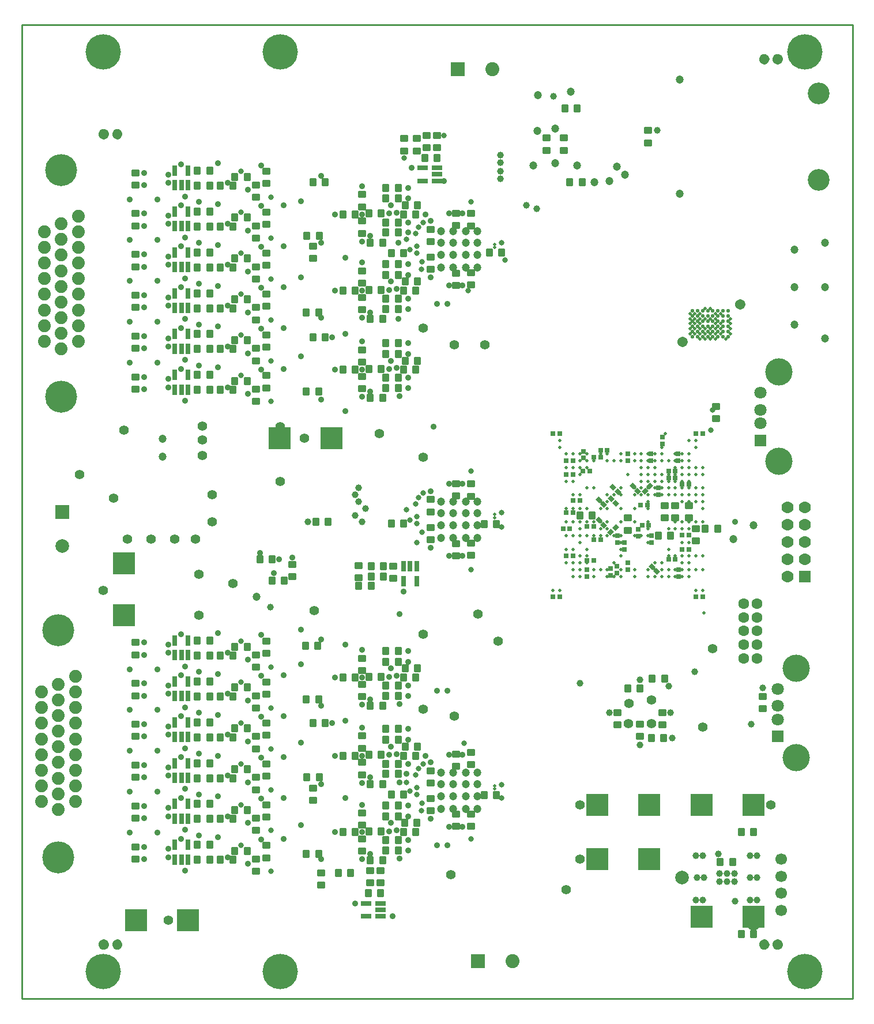
<source format=gbs>
%FSAX43Y43*%
%MOMM*%
G71*
G01*
G75*
G04 Layer_Color=16711935*
%ADD10C,0.200*%
%ADD11C,0.254*%
%ADD12R,1.600X1.000*%
%ADD13R,5.700X5.500*%
%ADD14R,3.050X2.040*%
%ADD15R,1.240X1.400*%
%ADD16R,2.200X3.100*%
%ADD17R,2.250X2.300*%
%ADD18R,0.950X0.600*%
%ADD19R,1.700X1.600*%
%ADD20R,0.600X0.950*%
%ADD21C,1.400*%
G04:AMPARAMS|DCode=22|XSize=0.8mm|YSize=1mm|CornerRadius=0.08mm|HoleSize=0mm|Usage=FLASHONLY|Rotation=0.000|XOffset=0mm|YOffset=0mm|HoleType=Round|Shape=RoundedRectangle|*
%AMROUNDEDRECTD22*
21,1,0.800,0.840,0,0,0.0*
21,1,0.640,1.000,0,0,0.0*
1,1,0.160,0.320,-0.420*
1,1,0.160,-0.320,-0.420*
1,1,0.160,-0.320,0.420*
1,1,0.160,0.320,0.420*
%
%ADD22ROUNDEDRECTD22*%
G04:AMPARAMS|DCode=23|XSize=1mm|YSize=2mm|CornerRadius=0.1mm|HoleSize=0mm|Usage=FLASHONLY|Rotation=0.000|XOffset=0mm|YOffset=0mm|HoleType=Round|Shape=RoundedRectangle|*
%AMROUNDEDRECTD23*
21,1,1.000,1.800,0,0,0.0*
21,1,0.800,2.000,0,0,0.0*
1,1,0.200,0.400,-0.900*
1,1,0.200,-0.400,-0.900*
1,1,0.200,-0.400,0.900*
1,1,0.200,0.400,0.900*
%
%ADD23ROUNDEDRECTD23*%
G04:AMPARAMS|DCode=24|XSize=1mm|YSize=1.5mm|CornerRadius=0.1mm|HoleSize=0mm|Usage=FLASHONLY|Rotation=180.000|XOffset=0mm|YOffset=0mm|HoleType=Round|Shape=RoundedRectangle|*
%AMROUNDEDRECTD24*
21,1,1.000,1.300,0,0,180.0*
21,1,0.800,1.500,0,0,180.0*
1,1,0.200,-0.400,0.650*
1,1,0.200,0.400,0.650*
1,1,0.200,0.400,-0.650*
1,1,0.200,-0.400,-0.650*
%
%ADD24ROUNDEDRECTD24*%
G04:AMPARAMS|DCode=25|XSize=0.8mm|YSize=1mm|CornerRadius=0.08mm|HoleSize=0mm|Usage=FLASHONLY|Rotation=270.000|XOffset=0mm|YOffset=0mm|HoleType=Round|Shape=RoundedRectangle|*
%AMROUNDEDRECTD25*
21,1,0.800,0.840,0,0,270.0*
21,1,0.640,1.000,0,0,270.0*
1,1,0.160,-0.420,-0.320*
1,1,0.160,-0.420,0.320*
1,1,0.160,0.420,0.320*
1,1,0.160,0.420,-0.320*
%
%ADD25ROUNDEDRECTD25*%
%ADD26R,1.400X0.450*%
%ADD27R,1.400X0.450*%
%ADD28R,1.400X0.450*%
%ADD29R,3.048X3.048*%
%ADD30O,0.250X1.600*%
%ADD31O,1.600X0.250*%
%ADD32R,1.600X0.250*%
%ADD33O,1.270X0.762*%
%ADD34R,1.270X0.762*%
%ADD35R,0.500X0.600*%
%ADD36O,0.250X0.900*%
%ADD37O,0.900X0.250*%
%ADD38R,0.900X0.250*%
%ADD39R,2.340X2.340*%
%ADD40R,4.600X0.810*%
%ADD41R,4.600X0.610*%
%ADD42R,0.600X0.500*%
%ADD43C,0.500*%
%ADD44R,1.778X0.381*%
%ADD45O,1.778X0.381*%
%ADD46R,2.108X1.270*%
G04:AMPARAMS|DCode=47|XSize=2.108mm|YSize=1.27mm|CornerRadius=0mm|HoleSize=0mm|Usage=FLASHONLY|Rotation=0.000|XOffset=0mm|YOffset=0mm|HoleType=Round|Shape=Octagon|*
%AMOCTAGOND47*
4,1,8,1.054,-0.318,1.054,0.318,0.737,0.635,-0.737,0.635,-1.054,0.318,-1.054,-0.318,-0.737,-0.635,0.737,-0.635,1.054,-0.318,0.0*
%
%ADD47OCTAGOND47*%

%ADD48R,0.381X1.778*%
%ADD49O,0.381X1.778*%
%ADD50O,1.000X0.250*%
%ADD51O,0.250X1.000*%
%ADD52R,0.250X1.000*%
%ADD53O,0.300X1.800*%
%ADD54O,1.800X0.300*%
%ADD55R,1.800X0.300*%
G04:AMPARAMS|DCode=56|XSize=1mm|YSize=1.5mm|CornerRadius=0.1mm|HoleSize=0mm|Usage=FLASHONLY|Rotation=90.000|XOffset=0mm|YOffset=0mm|HoleType=Round|Shape=RoundedRectangle|*
%AMROUNDEDRECTD56*
21,1,1.000,1.300,0,0,90.0*
21,1,0.800,1.500,0,0,90.0*
1,1,0.200,0.650,0.400*
1,1,0.200,0.650,-0.400*
1,1,0.200,-0.650,-0.400*
1,1,0.200,-0.650,0.400*
%
%ADD56ROUNDEDRECTD56*%
G04:AMPARAMS|DCode=57|XSize=1mm|YSize=2mm|CornerRadius=0.1mm|HoleSize=0mm|Usage=FLASHONLY|Rotation=90.000|XOffset=0mm|YOffset=0mm|HoleType=Round|Shape=RoundedRectangle|*
%AMROUNDEDRECTD57*
21,1,1.000,1.800,0,0,90.0*
21,1,0.800,2.000,0,0,90.0*
1,1,0.200,0.900,0.400*
1,1,0.200,0.900,-0.400*
1,1,0.200,-0.900,-0.400*
1,1,0.200,-0.900,0.400*
%
%ADD57ROUNDEDRECTD57*%
%ADD58R,1.778X1.016*%
%ADD59R,1.778X3.302*%
%ADD60R,0.508X1.600*%
%ADD61R,0.356X0.914*%
%ADD62R,2.540X2.540*%
G04:AMPARAMS|DCode=63|XSize=0.4mm|YSize=0.7mm|CornerRadius=0mm|HoleSize=0mm|Usage=FLASHONLY|Rotation=135.000|XOffset=0mm|YOffset=0mm|HoleType=Round|Shape=Round|*
%AMOVALD63*
21,1,0.300,0.400,0.000,0.000,225.0*
1,1,0.400,0.106,0.106*
1,1,0.400,-0.106,-0.106*
%
%ADD63OVALD63*%

%ADD64O,0.700X0.400*%
%ADD65C,0.175*%
%ADD66C,0.800*%
%ADD67C,0.400*%
%ADD68C,0.500*%
%ADD69C,0.150*%
%ADD70C,0.508*%
%ADD71C,0.600*%
%ADD72C,0.300*%
%ADD73R,1.500X5.900*%
%ADD74R,0.500X3.200*%
%ADD75R,3.800X2.200*%
%ADD76R,3.700X2.200*%
%ADD77R,4.000X3.700*%
%ADD78R,3.500X3.000*%
%ADD79R,3.500X5.300*%
%ADD80R,4.200X3.000*%
%ADD81R,4.000X3.000*%
%ADD82R,1.900X1.900*%
%ADD83R,2.700X6.800*%
%ADD84R,1.500X1.400*%
%ADD85R,1.400X1.400*%
%ADD86R,2.500X2.200*%
%ADD87R,2.300X11.700*%
%ADD88R,1.200X5.400*%
%ADD89R,1.500X2.400*%
%ADD90R,2.700X2.800*%
%ADD91R,6.100X6.100*%
%ADD92R,3.400X2.300*%
%ADD93C,1.690*%
%ADD94C,4.500*%
%ADD95C,3.800*%
%ADD96R,1.600X1.600*%
%ADD97C,1.600*%
%ADD98C,3.000*%
%ADD99C,1.575*%
%ADD100R,1.575X1.575*%
%ADD101C,1.800*%
%ADD102R,1.850X1.850*%
%ADD103C,1.850*%
%ADD104R,1.850X1.850*%
%ADD105C,1.500*%
%ADD106C,0.300*%
%ADD107C,0.700*%
%ADD108C,0.800*%
%ADD109C,1.000*%
%ADD110C,1.200*%
%ADD111C,5.000*%
%ADD112C,0.600*%
%ADD113C,1.016*%
%ADD114C,0.705*%
G04:AMPARAMS|DCode=115|XSize=2.29mm|YSize=2.29mm|CornerRadius=0mm|HoleSize=0mm|Usage=FLASHONLY|Rotation=0.000|XOffset=0mm|YOffset=0mm|HoleType=Round|Shape=Relief|Width=0.175mm|Gap=0.3mm|Entries=4|*
%AMTHD115*
7,0,0,2.290,1.690,0.175,45*
%
%ADD115THD115*%
%ADD116C,1.490*%
G04:AMPARAMS|DCode=117|XSize=4.4mm|YSize=4.4mm|CornerRadius=0mm|HoleSize=0mm|Usage=FLASHONLY|Rotation=0.000|XOffset=0mm|YOffset=0mm|HoleType=Round|Shape=Relief|Width=0.175mm|Gap=0.3mm|Entries=4|*
%AMTHD117*
7,0,0,4.400,3.800,0.175,45*
%
%ADD117THD117*%
G04:AMPARAMS|DCode=118|XSize=4.44mm|YSize=4.44mm|CornerRadius=0mm|HoleSize=0mm|Usage=FLASHONLY|Rotation=0.000|XOffset=0mm|YOffset=0mm|HoleType=Round|Shape=Relief|Width=0.175mm|Gap=0.3mm|Entries=4|*
%AMTHD118*
7,0,0,4.440,3.840,0.175,45*
%
%ADD118THD118*%
G04:AMPARAMS|DCode=119|XSize=3.5mm|YSize=3.5mm|CornerRadius=0mm|HoleSize=0mm|Usage=FLASHONLY|Rotation=0.000|XOffset=0mm|YOffset=0mm|HoleType=Round|Shape=Relief|Width=0.175mm|Gap=0.3mm|Entries=4|*
%AMTHD119*
7,0,0,3.500,2.900,0.175,45*
%
%ADD119THD119*%
%ADD120C,1.320*%
%ADD121C,3.400*%
G04:AMPARAMS|DCode=122|XSize=2.216mm|YSize=2.216mm|CornerRadius=0mm|HoleSize=0mm|Usage=FLASHONLY|Rotation=0.000|XOffset=0mm|YOffset=0mm|HoleType=Round|Shape=Relief|Width=0.175mm|Gap=0.3mm|Entries=4|*
%AMTHD122*
7,0,0,2.216,1.616,0.175,45*
%
%ADD122THD122*%
%ADD123C,1.416*%
G04:AMPARAMS|DCode=124|XSize=2.12mm|YSize=2.12mm|CornerRadius=0mm|HoleSize=0mm|Usage=FLASHONLY|Rotation=0.000|XOffset=0mm|YOffset=0mm|HoleType=Round|Shape=Relief|Width=0.175mm|Gap=0.3mm|Entries=4|*
%AMTHD124*
7,0,0,2.120,1.520,0.175,45*
%
%ADD124THD124*%
G04:AMPARAMS|DCode=125|XSize=2.2mm|YSize=2.2mm|CornerRadius=0mm|HoleSize=0mm|Usage=FLASHONLY|Rotation=0.000|XOffset=0mm|YOffset=0mm|HoleType=Round|Shape=Relief|Width=0.175mm|Gap=0.3mm|Entries=4|*
%AMTHD125*
7,0,0,2.200,1.600,0.175,45*
%
%ADD125THD125*%
G04:AMPARAMS|DCode=126|XSize=2.3mm|YSize=2.3mm|CornerRadius=0mm|HoleSize=0mm|Usage=FLASHONLY|Rotation=0.000|XOffset=0mm|YOffset=0mm|HoleType=Round|Shape=Relief|Width=0.175mm|Gap=0.3mm|Entries=4|*
%AMTHD126*
7,0,0,2.300,1.700,0.175,45*
%
%ADD126THD126*%
%ADD127C,0.520*%
G04:AMPARAMS|DCode=128|XSize=1.6mm|YSize=1.6mm|CornerRadius=0mm|HoleSize=0mm|Usage=FLASHONLY|Rotation=0.000|XOffset=0mm|YOffset=0mm|HoleType=Round|Shape=Relief|Width=0.175mm|Gap=0.3mm|Entries=4|*
%AMTHD128*
7,0,0,1.600,1.000,0.175,45*
%
%ADD128THD128*%
%ADD129C,0.800*%
G04:AMPARAMS|DCode=130|XSize=1.7mm|YSize=1.7mm|CornerRadius=0mm|HoleSize=0mm|Usage=FLASHONLY|Rotation=0.000|XOffset=0mm|YOffset=0mm|HoleType=Round|Shape=Relief|Width=0.175mm|Gap=0.3mm|Entries=4|*
%AMTHD130*
7,0,0,1.700,1.100,0.175,45*
%
%ADD130THD130*%
G04:AMPARAMS|DCode=131|XSize=1.9mm|YSize=1.9mm|CornerRadius=0mm|HoleSize=0mm|Usage=FLASHONLY|Rotation=0.000|XOffset=0mm|YOffset=0mm|HoleType=Round|Shape=Relief|Width=0.175mm|Gap=0.3mm|Entries=4|*
%AMTHD131*
7,0,0,1.900,1.300,0.175,45*
%
%ADD131THD131*%
G04:AMPARAMS|DCode=132|XSize=1.32mm|YSize=1.32mm|CornerRadius=0mm|HoleSize=0mm|Usage=FLASHONLY|Rotation=0.000|XOffset=0mm|YOffset=0mm|HoleType=Round|Shape=Relief|Width=0.175mm|Gap=0.3mm|Entries=4|*
%AMTHD132*
7,0,0,1.320,0.720,0.175,45*
%
%ADD132THD132*%
%ADD133C,0.700*%
%ADD134C,1.100*%
%ADD135C,1.000*%
%ADD136C,0.900*%
G04:AMPARAMS|DCode=137|XSize=1.5mm|YSize=1.5mm|CornerRadius=0mm|HoleSize=0mm|Usage=FLASHONLY|Rotation=0.000|XOffset=0mm|YOffset=0mm|HoleType=Round|Shape=Relief|Width=0.175mm|Gap=0.3mm|Entries=4|*
%AMTHD137*
7,0,0,1.500,0.900,0.175,45*
%
%ADD137THD137*%
G04:AMPARAMS|DCode=138|XSize=2.4mm|YSize=2.4mm|CornerRadius=0mm|HoleSize=0mm|Usage=FLASHONLY|Rotation=0.000|XOffset=0mm|YOffset=0mm|HoleType=Round|Shape=Relief|Width=0.175mm|Gap=0.3mm|Entries=4|*
%AMTHD138*
7,0,0,2.400,1.800,0.175,45*
%
%ADD138THD138*%
%ADD139C,0.120*%
%ADD140C,3.600*%
%ADD141C,3.640*%
%ADD142C,2.700*%
%ADD143R,0.550X1.450*%
%ADD144R,0.550X1.450*%
G04:AMPARAMS|DCode=145|XSize=0.5mm|YSize=0.6mm|CornerRadius=0mm|HoleSize=0mm|Usage=FLASHONLY|Rotation=135.000|XOffset=0mm|YOffset=0mm|HoleType=Round|Shape=Rectangle|*
%AMROTATEDRECTD145*
4,1,4,0.389,0.035,-0.035,-0.389,-0.389,-0.035,0.035,0.389,0.389,0.035,0.0*
%
%ADD145ROTATEDRECTD145*%

G04:AMPARAMS|DCode=146|XSize=0.5mm|YSize=0.6mm|CornerRadius=0mm|HoleSize=0mm|Usage=FLASHONLY|Rotation=225.000|XOffset=0mm|YOffset=0mm|HoleType=Round|Shape=Rectangle|*
%AMROTATEDRECTD146*
4,1,4,-0.035,0.389,0.389,-0.035,0.035,-0.389,-0.389,0.035,-0.035,0.389,0.0*
%
%ADD146ROTATEDRECTD146*%

%ADD147C,0.350*%
%ADD148R,1.450X0.550*%
%ADD149R,1.450X0.550*%
%ADD150R,3.048X3.048*%
%ADD151R,3.100X2.500*%
%ADD152C,0.250*%
%ADD153C,0.127*%
%ADD154C,0.203*%
%ADD155C,0.100*%
%ADD156C,0.305*%
%ADD157C,0.152*%
%ADD158C,0.102*%
%ADD159R,2.200X2.200*%
%ADD160R,0.900X0.550*%
%ADD161R,0.550X0.900*%
%ADD162R,0.025X0.025*%
%ADD163C,0.762*%
%ADD164R,6.300X6.300*%
%ADD165R,1.800X1.200*%
%ADD166R,5.900X5.700*%
%ADD167R,3.152X2.142*%
%ADD168R,1.342X1.502*%
%ADD169R,2.302X3.202*%
%ADD170R,1.052X0.702*%
%ADD171R,1.802X1.702*%
%ADD172R,0.702X1.052*%
%ADD173C,1.502*%
G04:AMPARAMS|DCode=174|XSize=1mm|YSize=1.2mm|CornerRadius=0.18mm|HoleSize=0mm|Usage=FLASHONLY|Rotation=0.000|XOffset=0mm|YOffset=0mm|HoleType=Round|Shape=RoundedRectangle|*
%AMROUNDEDRECTD174*
21,1,1.000,0.840,0,0,0.0*
21,1,0.640,1.200,0,0,0.0*
1,1,0.360,0.320,-0.420*
1,1,0.360,-0.320,-0.420*
1,1,0.360,-0.320,0.420*
1,1,0.360,0.320,0.420*
%
%ADD174ROUNDEDRECTD174*%
G04:AMPARAMS|DCode=175|XSize=1.2mm|YSize=2.2mm|CornerRadius=0.2mm|HoleSize=0mm|Usage=FLASHONLY|Rotation=0.000|XOffset=0mm|YOffset=0mm|HoleType=Round|Shape=RoundedRectangle|*
%AMROUNDEDRECTD175*
21,1,1.200,1.800,0,0,0.0*
21,1,0.800,2.200,0,0,0.0*
1,1,0.400,0.400,-0.900*
1,1,0.400,-0.400,-0.900*
1,1,0.400,-0.400,0.900*
1,1,0.400,0.400,0.900*
%
%ADD175ROUNDEDRECTD175*%
G04:AMPARAMS|DCode=176|XSize=1.2mm|YSize=1.7mm|CornerRadius=0.2mm|HoleSize=0mm|Usage=FLASHONLY|Rotation=180.000|XOffset=0mm|YOffset=0mm|HoleType=Round|Shape=RoundedRectangle|*
%AMROUNDEDRECTD176*
21,1,1.200,1.300,0,0,180.0*
21,1,0.800,1.700,0,0,180.0*
1,1,0.400,-0.400,0.650*
1,1,0.400,0.400,0.650*
1,1,0.400,0.400,-0.650*
1,1,0.400,-0.400,-0.650*
%
%ADD176ROUNDEDRECTD176*%
G04:AMPARAMS|DCode=177|XSize=1mm|YSize=1.2mm|CornerRadius=0.18mm|HoleSize=0mm|Usage=FLASHONLY|Rotation=270.000|XOffset=0mm|YOffset=0mm|HoleType=Round|Shape=RoundedRectangle|*
%AMROUNDEDRECTD177*
21,1,1.000,0.840,0,0,270.0*
21,1,0.640,1.200,0,0,270.0*
1,1,0.360,-0.420,-0.320*
1,1,0.360,-0.420,0.320*
1,1,0.360,0.420,0.320*
1,1,0.360,0.420,-0.320*
%
%ADD177ROUNDEDRECTD177*%
%ADD178R,1.600X0.650*%
%ADD179R,1.600X0.650*%
%ADD180R,1.600X0.650*%
%ADD181R,3.248X3.248*%
%ADD182O,0.450X1.800*%
%ADD183O,1.800X0.450*%
%ADD184R,1.800X0.450*%
%ADD185O,1.470X0.962*%
%ADD186R,1.470X0.962*%
%ADD187R,0.700X0.800*%
%ADD188O,0.450X1.100*%
%ADD189O,1.100X0.450*%
%ADD190R,1.100X0.450*%
%ADD191R,2.540X2.540*%
%ADD192R,4.800X1.010*%
%ADD193R,4.800X0.810*%
%ADD194R,0.800X0.700*%
%ADD195R,1.978X0.581*%
%ADD196O,1.978X0.581*%
%ADD197R,2.308X1.470*%
G04:AMPARAMS|DCode=198|XSize=2.308mm|YSize=1.47mm|CornerRadius=0mm|HoleSize=0mm|Usage=FLASHONLY|Rotation=0.000|XOffset=0mm|YOffset=0mm|HoleType=Round|Shape=Octagon|*
%AMOCTAGOND198*
4,1,8,1.154,-0.367,1.154,0.367,0.787,0.735,-0.787,0.735,-1.154,0.367,-1.154,-0.367,-0.787,-0.735,0.787,-0.735,1.154,-0.367,0.0*
%
%ADD198OCTAGOND198*%

%ADD199R,0.581X1.978*%
%ADD200O,0.581X1.978*%
%ADD201O,1.200X0.450*%
%ADD202O,0.450X1.200*%
%ADD203R,0.450X1.200*%
%ADD204O,0.500X2.000*%
%ADD205O,2.000X0.500*%
%ADD206R,2.000X0.500*%
G04:AMPARAMS|DCode=207|XSize=1.2mm|YSize=1.7mm|CornerRadius=0.2mm|HoleSize=0mm|Usage=FLASHONLY|Rotation=90.000|XOffset=0mm|YOffset=0mm|HoleType=Round|Shape=RoundedRectangle|*
%AMROUNDEDRECTD207*
21,1,1.200,1.300,0,0,90.0*
21,1,0.800,1.700,0,0,90.0*
1,1,0.400,0.650,0.400*
1,1,0.400,0.650,-0.400*
1,1,0.400,-0.650,-0.400*
1,1,0.400,-0.650,0.400*
%
%ADD207ROUNDEDRECTD207*%
G04:AMPARAMS|DCode=208|XSize=1.2mm|YSize=2.2mm|CornerRadius=0.2mm|HoleSize=0mm|Usage=FLASHONLY|Rotation=90.000|XOffset=0mm|YOffset=0mm|HoleType=Round|Shape=RoundedRectangle|*
%AMROUNDEDRECTD208*
21,1,1.200,1.800,0,0,90.0*
21,1,0.800,2.200,0,0,90.0*
1,1,0.400,0.900,0.400*
1,1,0.400,0.900,-0.400*
1,1,0.400,-0.900,-0.400*
1,1,0.400,-0.900,0.400*
%
%ADD208ROUNDEDRECTD208*%
%ADD209R,1.978X1.216*%
%ADD210R,1.978X3.502*%
%ADD211R,0.708X1.800*%
G04:AMPARAMS|DCode=212|XSize=0.6mm|YSize=0.9mm|CornerRadius=0mm|HoleSize=0mm|Usage=FLASHONLY|Rotation=135.000|XOffset=0mm|YOffset=0mm|HoleType=Round|Shape=Round|*
%AMOVALD212*
21,1,0.300,0.600,0.000,0.000,225.0*
1,1,0.600,0.106,0.106*
1,1,0.600,-0.106,-0.106*
%
%ADD212OVALD212*%

%ADD213O,0.900X0.600*%
%ADD214C,0.017*%
%ADD215C,1.890*%
%ADD216C,4.700*%
%ADD217C,4.000*%
%ADD218R,1.800X1.800*%
%ADD219C,3.200*%
%ADD220C,1.775*%
%ADD221R,1.775X1.775*%
%ADD222C,2.000*%
%ADD223R,2.050X2.050*%
%ADD224C,2.050*%
%ADD225R,2.050X2.050*%
%ADD226C,1.700*%
%ADD227C,0.900*%
%ADD228C,5.200*%
%ADD229R,0.750X1.650*%
%ADD230R,0.750X1.650*%
G04:AMPARAMS|DCode=231|XSize=0.7mm|YSize=0.8mm|CornerRadius=0mm|HoleSize=0mm|Usage=FLASHONLY|Rotation=135.000|XOffset=0mm|YOffset=0mm|HoleType=Round|Shape=Rectangle|*
%AMROTATEDRECTD231*
4,1,4,0.530,0.035,-0.035,-0.530,-0.530,-0.035,0.035,0.530,0.530,0.035,0.0*
%
%ADD231ROTATEDRECTD231*%

G04:AMPARAMS|DCode=232|XSize=0.7mm|YSize=0.8mm|CornerRadius=0mm|HoleSize=0mm|Usage=FLASHONLY|Rotation=225.000|XOffset=0mm|YOffset=0mm|HoleType=Round|Shape=Rectangle|*
%AMROTATEDRECTD232*
4,1,4,-0.035,0.530,0.530,-0.035,0.035,-0.530,-0.530,0.035,-0.035,0.530,0.0*
%
%ADD232ROTATEDRECTD232*%

%ADD233C,0.550*%
%ADD234R,1.650X0.750*%
%ADD235R,1.650X0.750*%
%ADD236R,3.248X3.248*%
G54D11*
X0174000Y0052000D02*
Y0195000D01*
X0052000Y0052000D02*
X0174000D01*
X0052000Y0195000D02*
X0174000D01*
X0052000Y0052000D02*
Y0195000D01*
G54D21*
X0122000Y0104500D02*
D03*
X0141100Y0092400D02*
D03*
X0141200Y0095400D02*
D03*
X0119000Y0108500D02*
D03*
X0120000Y0148000D02*
D03*
X0152000Y0091900D02*
D03*
X0153500Y0103400D02*
D03*
X0144500Y0092400D02*
D03*
Y0095900D02*
D03*
X0134000Y0080500D02*
D03*
X0078000Y0108300D02*
D03*
X0132000Y0068000D02*
D03*
X0064000Y0112000D02*
D03*
X0078000Y0114300D02*
D03*
X0134000Y0072500D02*
D03*
X0162000Y0080500D02*
D03*
X0115015Y0070215D02*
D03*
X0073500Y0063500D02*
D03*
X0090000Y0128000D02*
D03*
X0093500Y0134300D02*
D03*
X0095000Y0109000D02*
D03*
X0104500Y0135000D02*
D03*
X0083000Y0113000D02*
D03*
X0090000Y0136000D02*
D03*
X0115500Y0148000D02*
D03*
Y0093500D02*
D03*
X0067000Y0135500D02*
D03*
X0060500Y0129000D02*
D03*
X0111000Y0150500D02*
D03*
Y0131500D02*
D03*
Y0105500D02*
D03*
Y0094500D02*
D03*
X0078500Y0136100D02*
D03*
X0065500Y0125500D02*
D03*
X0067500Y0119500D02*
D03*
X0071000D02*
D03*
X0074500D02*
D03*
X0078500Y0134100D02*
D03*
Y0131800D02*
D03*
X0077500Y0119500D02*
D03*
X0080000Y0122000D02*
D03*
Y0126000D02*
D03*
G54D43*
X0147000Y0117000D02*
D03*
X0134000Y0119000D02*
D03*
X0135000Y0120000D02*
D03*
X0132000Y0130000D02*
D03*
Y0124000D02*
D03*
X0121500Y0123100D02*
D03*
Y0122600D02*
D03*
X0133000Y0124000D02*
D03*
X0135000Y0131000D02*
D03*
Y0132000D02*
D03*
X0139000Y0114000D02*
D03*
Y0116000D02*
D03*
X0138000Y0131000D02*
D03*
X0135000Y0118000D02*
D03*
X0121500Y0083300D02*
D03*
Y0082800D02*
D03*
Y0162300D02*
D03*
Y0162800D02*
D03*
X0133000Y0114000D02*
D03*
Y0115000D02*
D03*
X0137000D02*
D03*
X0139000Y0131000D02*
D03*
X0135000Y0127000D02*
D03*
X0134000Y0120000D02*
D03*
Y0121000D02*
D03*
X0136000Y0127000D02*
D03*
X0140000Y0124000D02*
D03*
Y0122000D02*
D03*
X0134000Y0131000D02*
D03*
Y0126000D02*
D03*
X0131000Y0134000D02*
D03*
X0133000Y0130000D02*
D03*
X0142000Y0115000D02*
D03*
X0140000D02*
D03*
X0138000D02*
D03*
X0136000D02*
D03*
X0133000Y0118000D02*
D03*
Y0116000D02*
D03*
Y0122000D02*
D03*
X0131000Y0112000D02*
D03*
X0140000Y0114000D02*
D03*
X0138000D02*
D03*
X0134000Y0129000D02*
D03*
X0136000Y0131000D02*
D03*
X0139000Y0126000D02*
D03*
X0138000D02*
D03*
X0135000Y0130000D02*
D03*
X0134000D02*
D03*
X0138000Y0132000D02*
D03*
X0137000D02*
D03*
X0131000Y0133000D02*
D03*
X0134000Y0115000D02*
D03*
Y0114000D02*
D03*
X0132000Y0132000D02*
D03*
X0134000D02*
D03*
X0140000D02*
D03*
X0141000Y0129000D02*
D03*
X0132000D02*
D03*
X0133000Y0128000D02*
D03*
X0132000D02*
D03*
X0140000Y0127000D02*
D03*
X0139000D02*
D03*
X0140000Y0126000D02*
D03*
X0133000D02*
D03*
X0138000Y0125000D02*
D03*
X0137000D02*
D03*
X0138000Y0124000D02*
D03*
X0137000D02*
D03*
X0135000D02*
D03*
X0140000Y0117000D02*
D03*
Y0118000D02*
D03*
Y0119000D02*
D03*
Y0120000D02*
D03*
X0139000D02*
D03*
X0138000D02*
D03*
Y0121000D02*
D03*
Y0122000D02*
D03*
X0137000Y0120000D02*
D03*
X0136000Y0114000D02*
D03*
Y0120000D02*
D03*
X0135000Y0116000D02*
D03*
X0134000D02*
D03*
Y0117000D02*
D03*
Y0122000D02*
D03*
X0133000Y0120000D02*
D03*
X0132000Y0116000D02*
D03*
Y0118000D02*
D03*
Y0120000D02*
D03*
Y0122000D02*
D03*
X0142000D02*
D03*
Y0120000D02*
D03*
Y0114000D02*
D03*
X0130000Y0112000D02*
D03*
X0140000Y0131000D02*
D03*
X0133000Y0132000D02*
D03*
X0134000Y0124000D02*
D03*
X0135000Y0122000D02*
D03*
X0137000D02*
D03*
X0136000D02*
D03*
X0137000Y0121000D02*
D03*
X0142000Y0124000D02*
D03*
X0142000Y0126000D02*
D03*
Y0131000D02*
D03*
Y0127000D02*
D03*
X0142000Y0132000D02*
D03*
X0152000Y0117000D02*
D03*
X0151000D02*
D03*
X0149000Y0114000D02*
D03*
X0150000D02*
D03*
X0147000D02*
D03*
X0150000Y0116000D02*
D03*
X0149000D02*
D03*
X0146000D02*
D03*
X0147000Y0115000D02*
D03*
X0146000D02*
D03*
X0150000Y0125000D02*
D03*
X0149000D02*
D03*
X0144000D02*
D03*
X0144000Y0124000D02*
D03*
X0150000Y0121000D02*
D03*
Y0119000D02*
D03*
X0146000Y0114000D02*
D03*
X0145000D02*
D03*
X0152000Y0112000D02*
D03*
Y0122000D02*
D03*
X0151000D02*
D03*
X0148000Y0115000D02*
D03*
X0150000Y0115000D02*
D03*
X0145000Y0116000D02*
D03*
X0148000Y0117000D02*
D03*
X0150000D02*
D03*
X0147000Y0118000D02*
D03*
X0144000Y0119000D02*
D03*
X0149000D02*
D03*
X0143000Y0120000D02*
D03*
X0144000D02*
D03*
X0147000Y0121000D02*
D03*
X0148000D02*
D03*
X0144000Y0122000D02*
D03*
X0148000D02*
D03*
X0149000D02*
D03*
X0150000D02*
D03*
X0144000Y0114000D02*
D03*
X0145000Y0115000D02*
D03*
X0144000Y0121000D02*
D03*
X0151000Y0112000D02*
D03*
X0148000Y0114000D02*
D03*
X0144000Y0115000D02*
D03*
X0149000D02*
D03*
Y0117000D02*
D03*
Y0121000D02*
D03*
X0152000Y0115000D02*
D03*
X0151000Y0125000D02*
D03*
X0152000D02*
D03*
Y0124000D02*
D03*
X0151000Y0115000D02*
D03*
X0152200Y0108700D02*
D03*
X0135000Y0117000D02*
D03*
X0151000Y0134000D02*
D03*
X0151000Y0126000D02*
D03*
X0152000Y0127000D02*
D03*
X0151000D02*
D03*
Y0130000D02*
D03*
Y0129000D02*
D03*
X0152000D02*
D03*
Y0130000D02*
D03*
X0151000Y0133000D02*
D03*
X0152000Y0126000D02*
D03*
X0146000Y0132000D02*
D03*
X0145000D02*
D03*
X0143000D02*
D03*
X0148000D02*
D03*
X0144000D02*
D03*
X0149000Y0132000D02*
D03*
X0147000Y0127000D02*
D03*
X0148000D02*
D03*
X0149000D02*
D03*
X0150000D02*
D03*
X0145000Y0127000D02*
D03*
X0144000Y0127000D02*
D03*
X0143000D02*
D03*
X0144000Y0130000D02*
D03*
X0143000D02*
D03*
X0145000D02*
D03*
X0150000Y0132000D02*
D03*
X0144000Y0129000D02*
D03*
X0143000D02*
D03*
X0145000D02*
D03*
X0146000D02*
D03*
X0144000Y0128000D02*
D03*
X0143000D02*
D03*
X0145000D02*
D03*
X0146000D02*
D03*
X0146000Y0131000D02*
D03*
X0145000D02*
D03*
X0143000D02*
D03*
X0144000D02*
D03*
X0148000Y0131000D02*
D03*
X0150000Y0131000D02*
D03*
X0149000D02*
D03*
X0147000D02*
D03*
X0150000Y0130000D02*
D03*
X0149000D02*
D03*
X0148000D02*
D03*
X0150000Y0129000D02*
D03*
X0148000D02*
D03*
X0147000Y0128000D02*
D03*
Y0129000D02*
D03*
X0149000D02*
D03*
X0146000Y0127000D02*
D03*
Y0126000D02*
D03*
X0143000D02*
D03*
X0144000D02*
D03*
X0145000Y0126000D02*
D03*
X0147000Y0126000D02*
D03*
X0148000Y0126000D02*
D03*
X0149000Y0132000D02*
D03*
X0148000Y0128000D02*
D03*
X0154625Y0150375D02*
D03*
Y0151125D02*
D03*
Y0152625D02*
D03*
X0153875D02*
D03*
Y0151875D02*
D03*
Y0151125D02*
D03*
Y0150375D02*
D03*
X0153125Y0149625D02*
D03*
Y0151875D02*
D03*
X0152375Y0150375D02*
D03*
Y0151875D02*
D03*
X0151625Y0150375D02*
D03*
Y0151125D02*
D03*
Y0151875D02*
D03*
Y0152625D02*
D03*
X0152375Y0153375D02*
D03*
X0153125D02*
D03*
X0146000Y0133000D02*
D03*
X0146500Y0135000D02*
D03*
X0151625Y0149625D02*
D03*
X0152375Y0149625D02*
D03*
X0153125Y0148875D02*
D03*
X0151625Y0148875D02*
D03*
X0152375D02*
D03*
X0150125Y0149625D02*
D03*
Y0152625D02*
D03*
Y0151875D02*
D03*
Y0151125D02*
D03*
Y0150375D02*
D03*
X0150875Y0149625D02*
D03*
Y0152625D02*
D03*
Y0151875D02*
D03*
Y0151125D02*
D03*
Y0150375D02*
D03*
X0156125Y0151875D02*
D03*
Y0151125D02*
D03*
Y0150375D02*
D03*
Y0149625D02*
D03*
X0153875Y0149625D02*
D03*
X0154625D02*
D03*
X0155375Y0148875D02*
D03*
X0153875Y0148875D02*
D03*
X0153125Y0150375D02*
D03*
X0150000Y0134000D02*
D03*
X0149000Y0128000D02*
D03*
X0150000D02*
D03*
X0149000Y0126000D02*
D03*
X0150000D02*
D03*
X0121500Y0162800D02*
D03*
Y0162300D02*
D03*
G54D97*
X0158000Y0102000D02*
D03*
X0160000D02*
D03*
Y0104000D02*
D03*
X0158000D02*
D03*
Y0110000D02*
D03*
X0160000D02*
D03*
X0158000Y0106000D02*
D03*
X0160000D02*
D03*
Y0108000D02*
D03*
X0158000D02*
D03*
G54D101*
X0160500Y0136500D02*
D03*
Y0141000D02*
D03*
Y0138500D02*
D03*
X0163000Y0093000D02*
D03*
X0163000Y0097500D02*
D03*
X0163000Y0095000D02*
D03*
G54D109*
X0155600Y0070400D02*
D03*
X0156700D02*
D03*
Y0069200D02*
D03*
X0155600D02*
D03*
X0154500D02*
D03*
Y0070400D02*
D03*
X0154300Y0073300D02*
D03*
X0156800Y0066300D02*
D03*
X0151000Y0073000D02*
D03*
X0152000D02*
D03*
X0159000D02*
D03*
X0160000D02*
D03*
X0159000Y0066500D02*
D03*
X0160000D02*
D03*
X0151000D02*
D03*
X0152000D02*
D03*
X0152200Y0069800D02*
D03*
X0151200D02*
D03*
X0159000D02*
D03*
X0160000D02*
D03*
X0127600Y0168000D02*
D03*
X0126100Y0168500D02*
D03*
X0138300Y0094000D02*
D03*
X0134000Y0098300D02*
D03*
X0145300Y0179500D02*
D03*
X0122300Y0175900D02*
D03*
Y0174800D02*
D03*
Y0173500D02*
D03*
X0146995Y0097936D02*
D03*
X0150800Y0100000D02*
D03*
X0147300Y0094000D02*
D03*
X0142800Y0098800D02*
D03*
Y0089300D02*
D03*
X0101500Y0127000D02*
D03*
X0101000Y0126000D02*
D03*
X0101500Y0125000D02*
D03*
X0102500Y0124000D02*
D03*
X0101000Y0123000D02*
D03*
X0102000Y0122000D02*
D03*
X0147516Y0090300D02*
D03*
X0122300Y0172400D02*
D03*
X0130100Y0184500D02*
D03*
X0159100Y0092300D02*
D03*
X0160800Y0097616D02*
D03*
X0088500Y0109500D02*
D03*
X0094000Y0122000D02*
D03*
X0122300Y0172400D02*
D03*
G54D110*
X0072700Y0131600D02*
D03*
Y0134200D02*
D03*
X0118900Y0164700D02*
D03*
Y0159400D02*
D03*
Y0163000D02*
D03*
Y0161200D02*
D03*
Y0081700D02*
D03*
Y0083500D02*
D03*
Y0079900D02*
D03*
Y0085200D02*
D03*
Y0121500D02*
D03*
Y0123300D02*
D03*
Y0119700D02*
D03*
Y0125000D02*
D03*
X0140600Y0173000D02*
D03*
X0159508Y0121492D02*
D03*
X0136100Y0171900D02*
D03*
X0133600Y0174400D02*
D03*
X0127100D02*
D03*
X0148600Y0170200D02*
D03*
X0138300Y0172100D02*
D03*
X0127700Y0179400D02*
D03*
X0130385Y0174670D02*
D03*
Y0179750D02*
D03*
X0127845Y0184705D02*
D03*
X0115400Y0125000D02*
D03*
X0113600D02*
D03*
X0115400Y0123300D02*
D03*
X0117200D02*
D03*
X0113600D02*
D03*
X0115400Y0121500D02*
D03*
X0117200D02*
D03*
X0113600D02*
D03*
Y0119700D02*
D03*
X0115400Y0085200D02*
D03*
X0117200D02*
D03*
X0113600D02*
D03*
X0115400Y0083500D02*
D03*
X0117200D02*
D03*
X0113600D02*
D03*
X0115400Y0081700D02*
D03*
X0117200D02*
D03*
X0113600D02*
D03*
X0115400Y0079900D02*
D03*
X0117200D02*
D03*
X0113600D02*
D03*
Y0159400D02*
D03*
X0117200D02*
D03*
X0115400D02*
D03*
X0113600Y0161200D02*
D03*
X0117200D02*
D03*
X0115400D02*
D03*
X0113600Y0163000D02*
D03*
X0117200D02*
D03*
X0115400D02*
D03*
X0113600Y0164700D02*
D03*
X0117200D02*
D03*
X0115400D02*
D03*
X0132600Y0185200D02*
D03*
X0148600Y0187000D02*
D03*
X0086500Y0111000D02*
D03*
X0139400Y0174200D02*
D03*
X0165500Y0151000D02*
D03*
Y0156500D02*
D03*
Y0162000D02*
D03*
X0117200Y0119700D02*
D03*
Y0125000D02*
D03*
X0115400Y0119700D02*
D03*
X0156500Y0119500D02*
D03*
X0170000Y0149000D02*
D03*
Y0156500D02*
D03*
Y0163000D02*
D03*
G54D129*
X0122500D02*
D03*
X0123000Y0160500D02*
D03*
X0118000Y0169000D02*
D03*
X0122500Y0123400D02*
D03*
X0118000Y0129500D02*
D03*
Y0115000D02*
D03*
X0122500Y0121300D02*
D03*
Y0081500D02*
D03*
Y0083400D02*
D03*
X0153500Y0138500D02*
D03*
X0153200Y0135500D02*
D03*
X0110000Y0119000D02*
D03*
X0110700Y0159100D02*
D03*
Y0079600D02*
D03*
X0110800Y0080700D02*
D03*
X0109900Y0084900D02*
D03*
X0110300Y0085800D02*
D03*
X0108500Y0083800D02*
D03*
X0111000Y0086500D02*
D03*
X0110000Y0082000D02*
D03*
X0110800Y0120500D02*
D03*
X0109900Y0124700D02*
D03*
X0110300Y0125600D02*
D03*
X0108500Y0123800D02*
D03*
X0111000Y0126300D02*
D03*
X0110000Y0121800D02*
D03*
Y0122800D02*
D03*
X0108200Y0175500D02*
D03*
X0114000Y0178800D02*
D03*
X0117000Y0089500D02*
D03*
X0118000Y0075500D02*
D03*
X0109000Y0162000D02*
D03*
X0110000Y0161500D02*
D03*
Y0162500D02*
D03*
X0109000Y0122300D02*
D03*
X0110000Y0083000D02*
D03*
X0109000Y0082500D02*
D03*
X0111000Y0166000D02*
D03*
X0108500Y0163500D02*
D03*
X0110300Y0165300D02*
D03*
X0109900Y0164400D02*
D03*
X0110800Y0160200D02*
D03*
X0084200Y0173500D02*
D03*
X0088600Y0169700D02*
D03*
X0084200Y0167500D02*
D03*
X0088600Y0163700D02*
D03*
X0084200Y0161500D02*
D03*
X0088600Y0157700D02*
D03*
X0084200Y0155500D02*
D03*
X0088600Y0151700D02*
D03*
X0084200Y0149500D02*
D03*
X0088600Y0145700D02*
D03*
X0084200Y0143500D02*
D03*
X0088600Y0139700D02*
D03*
X0084200Y0104500D02*
D03*
X0088600Y0100700D02*
D03*
X0084200Y0098500D02*
D03*
X0088600Y0094700D02*
D03*
X0084200Y0092500D02*
D03*
X0088600Y0088700D02*
D03*
X0084200Y0086500D02*
D03*
X0088600Y0082700D02*
D03*
X0084200Y0080500D02*
D03*
X0088600Y0076700D02*
D03*
X0084200Y0074500D02*
D03*
X0088600Y0070700D02*
D03*
X0117600Y0156000D02*
D03*
G54D163*
X0149381Y0148500D02*
X0149292Y0148745D01*
X0149066Y0148875D01*
X0148809Y0148830D01*
X0148642Y0148630D01*
Y0148370D01*
X0148809Y0148170D01*
X0149066Y0148125D01*
X0149292Y0148255D01*
X0149381Y0148500D01*
X0157881Y0154000D02*
X0157792Y0154245D01*
X0157566Y0154375D01*
X0157309Y0154330D01*
X0157142Y0154130D01*
Y0153870D01*
X0157309Y0153670D01*
X0157566Y0153625D01*
X0157792Y0153755D01*
X0157881Y0154000D01*
X0064381Y0179000D02*
X0064292Y0179245D01*
X0064066Y0179375D01*
X0063810Y0179330D01*
X0063642Y0179130D01*
Y0178870D01*
X0063810Y0178670D01*
X0064066Y0178625D01*
X0064292Y0178755D01*
X0064381Y0179000D01*
X0066381Y0179000D02*
X0066292Y0179245D01*
X0066066Y0179375D01*
X0065810Y0179330D01*
X0065642Y0179130D01*
Y0178870D01*
X0065810Y0178670D01*
X0066066Y0178625D01*
X0066292Y0178755D01*
X0066381Y0179000D01*
X0161381Y0060000D02*
X0161292Y0060245D01*
X0161066Y0060375D01*
X0160809Y0060330D01*
X0160642Y0060130D01*
Y0059870D01*
X0160809Y0059670D01*
X0161066Y0059625D01*
X0161292Y0059755D01*
X0161381Y0060000D01*
X0163381Y0060000D02*
X0163292Y0060245D01*
X0163066Y0060375D01*
X0162809Y0060330D01*
X0162642Y0060130D01*
Y0059870D01*
X0162809Y0059670D01*
X0163066Y0059625D01*
X0163292Y0059755D01*
X0163381Y0060000D01*
X0066381Y0060000D02*
X0066292Y0060245D01*
X0066066Y0060375D01*
X0065810Y0060330D01*
X0065642Y0060130D01*
Y0059870D01*
X0065810Y0059670D01*
X0066066Y0059625D01*
X0066292Y0059755D01*
X0066381Y0060000D01*
X0064381Y0060000D02*
X0064292Y0060245D01*
X0064066Y0060375D01*
X0063810Y0060330D01*
X0063642Y0060130D01*
Y0059870D01*
X0063810Y0059670D01*
X0064066Y0059625D01*
X0064292Y0059755D01*
X0064381Y0060000D01*
X0161381Y0190000D02*
X0161292Y0190245D01*
X0161066Y0190375D01*
X0160809Y0190330D01*
X0160642Y0190130D01*
Y0189870D01*
X0160809Y0189670D01*
X0161066Y0189625D01*
X0161292Y0189755D01*
X0161381Y0190000D01*
X0163381Y0190000D02*
X0163292Y0190245D01*
X0163066Y0190375D01*
X0162809Y0190330D01*
X0162642Y0190130D01*
Y0189870D01*
X0162809Y0189670D01*
X0163066Y0189625D01*
X0163292Y0189755D01*
X0163381Y0190000D01*
G54D174*
X0101500Y0112600D02*
D03*
X0103300D02*
D03*
X0100300Y0070500D02*
D03*
X0098500D02*
D03*
X0121700Y0081900D02*
D03*
X0119900D02*
D03*
X0121700Y0121700D02*
D03*
X0119900D02*
D03*
X0122500Y0161600D02*
D03*
X0120700D02*
D03*
X0104800Y0156100D02*
D03*
X0103000D02*
D03*
X0104800Y0167300D02*
D03*
X0103000D02*
D03*
X0099200Y0156000D02*
D03*
X0101000D02*
D03*
X0099200Y0167200D02*
D03*
X0101000D02*
D03*
X0107300Y0078800D02*
D03*
X0105500D02*
D03*
Y0080400D02*
D03*
X0107300D02*
D03*
Y0085000D02*
D03*
X0105500D02*
D03*
Y0086500D02*
D03*
X0107300D02*
D03*
Y0090000D02*
D03*
X0105500D02*
D03*
X0095700Y0084500D02*
D03*
X0093900D02*
D03*
X0107300Y0096500D02*
D03*
X0105500D02*
D03*
Y0098000D02*
D03*
X0107300D02*
D03*
Y0101500D02*
D03*
X0105500D02*
D03*
Y0143200D02*
D03*
X0107300D02*
D03*
Y0146700D02*
D03*
X0105500D02*
D03*
Y0148300D02*
D03*
X0107300D02*
D03*
X0103200Y0140200D02*
D03*
X0105000D02*
D03*
X0107300Y0153300D02*
D03*
X0105500D02*
D03*
Y0154800D02*
D03*
X0107300D02*
D03*
Y0158300D02*
D03*
X0105500D02*
D03*
Y0159900D02*
D03*
X0107300D02*
D03*
Y0164500D02*
D03*
X0105500D02*
D03*
X0107300Y0169500D02*
D03*
X0105500D02*
D03*
X0083000Y0072400D02*
D03*
X0081200D02*
D03*
X0083300Y0073700D02*
D03*
X0085100D02*
D03*
X0079600Y0074600D02*
D03*
X0077800D02*
D03*
X0083000Y0078400D02*
D03*
X0081200D02*
D03*
X0083300Y0079700D02*
D03*
X0085100D02*
D03*
X0079600Y0080600D02*
D03*
X0077800D02*
D03*
X0083000Y0084400D02*
D03*
X0081200D02*
D03*
X0083300Y0085700D02*
D03*
X0085100D02*
D03*
X0079600Y0086600D02*
D03*
X0077800D02*
D03*
X0083000Y0090400D02*
D03*
X0081200D02*
D03*
X0083300Y0091700D02*
D03*
X0085100D02*
D03*
X0079600Y0092600D02*
D03*
X0077800D02*
D03*
X0083000Y0096400D02*
D03*
X0081200D02*
D03*
X0083300Y0097700D02*
D03*
X0085100D02*
D03*
X0079600Y0098600D02*
D03*
X0077800D02*
D03*
X0083000Y0102400D02*
D03*
X0081200D02*
D03*
X0083300Y0103700D02*
D03*
X0085100D02*
D03*
X0079600Y0104600D02*
D03*
X0077800D02*
D03*
X0083000Y0141400D02*
D03*
X0081200D02*
D03*
X0083300Y0142700D02*
D03*
X0085100D02*
D03*
X0079600Y0143600D02*
D03*
X0077800D02*
D03*
X0083000Y0147400D02*
D03*
X0081200D02*
D03*
X0083300Y0148700D02*
D03*
X0085100D02*
D03*
X0079600Y0149600D02*
D03*
X0077800D02*
D03*
X0083000Y0153400D02*
D03*
X0081200D02*
D03*
X0083300Y0154700D02*
D03*
X0085100D02*
D03*
X0079600Y0155600D02*
D03*
X0077800D02*
D03*
X0083000Y0159400D02*
D03*
X0081200D02*
D03*
X0083300Y0160700D02*
D03*
X0085100D02*
D03*
X0079600Y0161600D02*
D03*
X0077800D02*
D03*
X0083000Y0165400D02*
D03*
X0081200D02*
D03*
X0083300Y0166700D02*
D03*
X0085100D02*
D03*
X0079600Y0167600D02*
D03*
X0077800D02*
D03*
X0156400Y0072100D02*
D03*
X0154600D02*
D03*
X0079600Y0072400D02*
D03*
X0077800D02*
D03*
X0079600Y0078400D02*
D03*
X0077800D02*
D03*
X0079600Y0084400D02*
D03*
X0077800D02*
D03*
X0079600Y0090400D02*
D03*
X0077800D02*
D03*
X0079600Y0096400D02*
D03*
X0077800D02*
D03*
X0079600Y0102400D02*
D03*
X0077800D02*
D03*
X0079600Y0141400D02*
D03*
X0077800D02*
D03*
X0079600Y0147400D02*
D03*
X0077800D02*
D03*
X0079600Y0153400D02*
D03*
X0077800D02*
D03*
X0079600Y0159400D02*
D03*
X0077800D02*
D03*
X0079600Y0165400D02*
D03*
X0077800D02*
D03*
X0096600Y0171900D02*
D03*
X0094800D02*
D03*
X0095700Y0164000D02*
D03*
X0093900D02*
D03*
X0083000Y0171400D02*
D03*
X0081200D02*
D03*
X0083300Y0172700D02*
D03*
X0085100D02*
D03*
X0079600Y0173600D02*
D03*
X0077800D02*
D03*
X0079600Y0171400D02*
D03*
X0077800D02*
D03*
X0108100Y0082000D02*
D03*
X0106300D02*
D03*
X0108100Y0121800D02*
D03*
X0106300D02*
D03*
X0108100Y0161500D02*
D03*
X0106300D02*
D03*
X0087000Y0116500D02*
D03*
X0088800D02*
D03*
X0095200Y0122000D02*
D03*
X0097000D02*
D03*
X0088750Y0113400D02*
D03*
X0090550D02*
D03*
X0096600Y0149100D02*
D03*
X0094800D02*
D03*
X0108100Y0156000D02*
D03*
X0109900D02*
D03*
X0105100Y0114000D02*
D03*
X0103300D02*
D03*
X0113000Y0175500D02*
D03*
X0111200D02*
D03*
X0146400Y0099000D02*
D03*
X0144600D02*
D03*
X0146300Y0090300D02*
D03*
X0144500D02*
D03*
X0134300Y0171900D02*
D03*
X0132500D02*
D03*
X0154200Y0121000D02*
D03*
X0152400D02*
D03*
X0145500Y0120000D02*
D03*
X0147300D02*
D03*
X0135800Y0123000D02*
D03*
X0134000D02*
D03*
X0103000Y0076600D02*
D03*
X0104800D02*
D03*
X0103000Y0099300D02*
D03*
X0104800D02*
D03*
X0103000Y0087800D02*
D03*
X0104800D02*
D03*
X0103000Y0144500D02*
D03*
X0104800D02*
D03*
X0101000Y0099200D02*
D03*
X0099200D02*
D03*
X0101000Y0076500D02*
D03*
X0099200D02*
D03*
X0101000Y0087700D02*
D03*
X0099200D02*
D03*
X0101000Y0144400D02*
D03*
X0099200D02*
D03*
X0159500Y0076500D02*
D03*
X0157700D02*
D03*
X0141000Y0097600D02*
D03*
X0142800D02*
D03*
X0131800Y0182700D02*
D03*
X0133600D02*
D03*
X0094800Y0092500D02*
D03*
X0096600D02*
D03*
X0093800Y0096000D02*
D03*
X0095600D02*
D03*
X0109900Y0087700D02*
D03*
X0108100D02*
D03*
X0093700Y0103800D02*
D03*
X0095500D02*
D03*
X0109900Y0167200D02*
D03*
X0108100D02*
D03*
X0105000Y0163000D02*
D03*
X0103200D02*
D03*
X0107300Y0091600D02*
D03*
X0105500D02*
D03*
X0105000Y0151800D02*
D03*
X0103200D02*
D03*
X0110100Y0145700D02*
D03*
X0108300D02*
D03*
X0105000Y0083500D02*
D03*
X0103200D02*
D03*
X0093800Y0152800D02*
D03*
X0095600D02*
D03*
X0109900Y0099200D02*
D03*
X0108100D02*
D03*
X0110049Y0077800D02*
D03*
X0108249D02*
D03*
X0093800Y0141200D02*
D03*
X0095600D02*
D03*
X0110100Y0100500D02*
D03*
X0108300D02*
D03*
X0093800Y0073300D02*
D03*
X0095600D02*
D03*
X0110100Y0089000D02*
D03*
X0108300D02*
D03*
X0109849Y0076500D02*
D03*
X0108049D02*
D03*
X0105000Y0072300D02*
D03*
X0103200D02*
D03*
X0110100Y0168500D02*
D03*
X0108300D02*
D03*
X0110100Y0157300D02*
D03*
X0108300D02*
D03*
X0107300Y0171100D02*
D03*
X0105500D02*
D03*
X0107300Y0166000D02*
D03*
X0105500D02*
D03*
X0109900Y0144400D02*
D03*
X0108100D02*
D03*
X0105500Y0141700D02*
D03*
X0107300D02*
D03*
Y0103100D02*
D03*
X0105500D02*
D03*
X0107300Y0075300D02*
D03*
X0105500D02*
D03*
Y0073800D02*
D03*
X0107300D02*
D03*
X0104700Y0067500D02*
D03*
X0102900D02*
D03*
X0157700Y0061500D02*
D03*
X0159500D02*
D03*
X0105000Y0095000D02*
D03*
X0103200D02*
D03*
X0105100Y0115500D02*
D03*
X0103300D02*
D03*
G54D177*
X0110000Y0178300D02*
D03*
Y0176500D02*
D03*
X0118000Y0088200D02*
D03*
Y0086400D02*
D03*
Y0077300D02*
D03*
Y0079100D02*
D03*
Y0117100D02*
D03*
Y0118900D02*
D03*
Y0127600D02*
D03*
Y0125800D02*
D03*
Y0156800D02*
D03*
Y0158600D02*
D03*
Y0167300D02*
D03*
Y0165500D02*
D03*
X0102000Y0158900D02*
D03*
Y0157100D02*
D03*
Y0170100D02*
D03*
Y0168300D02*
D03*
Y0153200D02*
D03*
Y0155000D02*
D03*
Y0164400D02*
D03*
Y0166200D02*
D03*
X0086400Y0072500D02*
D03*
Y0070700D02*
D03*
X0068700Y0072500D02*
D03*
Y0074300D02*
D03*
X0086400Y0078500D02*
D03*
Y0076700D02*
D03*
X0068700Y0078500D02*
D03*
Y0080300D02*
D03*
X0086400Y0084500D02*
D03*
Y0082700D02*
D03*
X0068700Y0084500D02*
D03*
Y0086300D02*
D03*
X0086400Y0090500D02*
D03*
Y0088700D02*
D03*
X0068700Y0090500D02*
D03*
Y0092300D02*
D03*
X0086400Y0096500D02*
D03*
Y0094700D02*
D03*
X0068700Y0096500D02*
D03*
Y0098300D02*
D03*
X0086400Y0102500D02*
D03*
Y0100700D02*
D03*
X0068700Y0102500D02*
D03*
Y0104300D02*
D03*
X0086400Y0141500D02*
D03*
Y0139700D02*
D03*
X0068700Y0141500D02*
D03*
Y0143300D02*
D03*
X0086400Y0147500D02*
D03*
Y0145700D02*
D03*
X0068700Y0147500D02*
D03*
Y0149300D02*
D03*
X0086400Y0153500D02*
D03*
Y0151700D02*
D03*
X0068700Y0153500D02*
D03*
Y0155300D02*
D03*
X0086400Y0159500D02*
D03*
Y0157700D02*
D03*
X0068700Y0159500D02*
D03*
Y0161300D02*
D03*
X0086400Y0165500D02*
D03*
Y0163700D02*
D03*
X0068700Y0165500D02*
D03*
Y0167300D02*
D03*
X0087900Y0072700D02*
D03*
Y0074500D02*
D03*
X0087900Y0078700D02*
D03*
Y0080500D02*
D03*
X0087900Y0084700D02*
D03*
Y0086500D02*
D03*
X0087900Y0090700D02*
D03*
Y0092500D02*
D03*
X0087900Y0096700D02*
D03*
Y0098500D02*
D03*
X0087900Y0102700D02*
D03*
Y0104500D02*
D03*
X0087900Y0141700D02*
D03*
Y0143500D02*
D03*
X0087900Y0147700D02*
D03*
Y0149500D02*
D03*
X0087900Y0153700D02*
D03*
Y0155500D02*
D03*
X0087900Y0159700D02*
D03*
Y0161500D02*
D03*
X0087900Y0165700D02*
D03*
Y0167500D02*
D03*
X0086400Y0171500D02*
D03*
Y0169700D02*
D03*
X0068700Y0171500D02*
D03*
Y0173300D02*
D03*
X0087900Y0171700D02*
D03*
Y0173500D02*
D03*
X0112100Y0085500D02*
D03*
Y0083700D02*
D03*
X0115800Y0087900D02*
D03*
Y0086100D02*
D03*
Y0077300D02*
D03*
Y0079100D02*
D03*
X0112100Y0079600D02*
D03*
Y0081400D02*
D03*
X0115800Y0117050D02*
D03*
Y0118850D02*
D03*
X0112100Y0119400D02*
D03*
Y0121200D02*
D03*
Y0125300D02*
D03*
Y0123500D02*
D03*
X0115800Y0127650D02*
D03*
Y0125850D02*
D03*
Y0156750D02*
D03*
Y0158550D02*
D03*
X0112100Y0159100D02*
D03*
Y0160900D02*
D03*
Y0165000D02*
D03*
Y0163200D02*
D03*
X0115800Y0167350D02*
D03*
Y0165550D02*
D03*
X0146400Y0124400D02*
D03*
Y0122600D02*
D03*
X0096000Y0070500D02*
D03*
Y0068700D02*
D03*
X0101500Y0113800D02*
D03*
Y0115600D02*
D03*
X0108200Y0176500D02*
D03*
Y0178300D02*
D03*
X0103200Y0069000D02*
D03*
Y0070800D02*
D03*
X0111500Y0177000D02*
D03*
Y0178800D02*
D03*
X0104700Y0069000D02*
D03*
Y0070800D02*
D03*
X0113000Y0177000D02*
D03*
Y0178800D02*
D03*
X0094800Y0081100D02*
D03*
Y0082900D02*
D03*
X0106600Y0115500D02*
D03*
Y0113700D02*
D03*
X0160800Y0094600D02*
D03*
Y0096400D02*
D03*
X0150000Y0124400D02*
D03*
Y0122600D02*
D03*
X0151000Y0119200D02*
D03*
Y0121000D02*
D03*
X0148000Y0124400D02*
D03*
Y0122600D02*
D03*
X0102000Y0077500D02*
D03*
Y0079300D02*
D03*
Y0100200D02*
D03*
Y0102000D02*
D03*
Y0088800D02*
D03*
Y0090600D02*
D03*
Y0145500D02*
D03*
Y0147300D02*
D03*
Y0075500D02*
D03*
Y0073700D02*
D03*
Y0098200D02*
D03*
Y0096400D02*
D03*
Y0086700D02*
D03*
Y0084900D02*
D03*
Y0143400D02*
D03*
Y0141600D02*
D03*
X0142800Y0092300D02*
D03*
Y0090500D02*
D03*
X0139500Y0092200D02*
D03*
Y0094000D02*
D03*
X0146100Y0092200D02*
D03*
Y0094000D02*
D03*
X0144000Y0177700D02*
D03*
Y0179500D02*
D03*
X0129100Y0178400D02*
D03*
Y0176600D02*
D03*
X0131600Y0178400D02*
D03*
Y0176600D02*
D03*
X0141000Y0120800D02*
D03*
Y0122600D02*
D03*
X0154000Y0137200D02*
D03*
Y0139000D02*
D03*
X0094800Y0160700D02*
D03*
Y0162500D02*
D03*
X0091700Y0115800D02*
D03*
Y0114000D02*
D03*
G54D181*
X0151880Y0064000D02*
D03*
X0159500D02*
D03*
X0151880Y0080500D02*
D03*
X0159500D02*
D03*
X0089880Y0134300D02*
D03*
X0097500D02*
D03*
X0144120Y0072500D02*
D03*
X0136500D02*
D03*
X0144120Y0080500D02*
D03*
X0136500D02*
D03*
X0068780Y0063500D02*
D03*
X0076400D02*
D03*
G54D187*
X0139400Y0115500D02*
D03*
Y0114500D02*
D03*
X0134500Y0131400D02*
D03*
Y0132400D02*
D03*
X0145500Y0126000D02*
D03*
Y0127000D02*
D03*
X0146100Y0134500D02*
D03*
Y0133500D02*
D03*
X0140500Y0118000D02*
D03*
Y0119000D02*
D03*
X0148500Y0115000D02*
D03*
Y0114000D02*
D03*
X0141000Y0131000D02*
D03*
Y0132000D02*
D03*
X0138500Y0115200D02*
D03*
Y0114200D02*
D03*
X0141000Y0115000D02*
D03*
Y0116000D02*
D03*
X0144400Y0131000D02*
D03*
Y0132000D02*
D03*
X0148400Y0131000D02*
D03*
Y0132000D02*
D03*
X0135000Y0115000D02*
D03*
Y0114000D02*
D03*
X0142500Y0119900D02*
D03*
Y0120900D02*
D03*
X0139500Y0120000D02*
D03*
Y0119000D02*
D03*
X0144500D02*
D03*
Y0120000D02*
D03*
G54D194*
X0133000Y0123400D02*
D03*
X0132000D02*
D03*
X0137000Y0131500D02*
D03*
X0136000D02*
D03*
X0133000Y0125200D02*
D03*
X0134000D02*
D03*
X0148000Y0128500D02*
D03*
X0147000D02*
D03*
X0135000Y0116400D02*
D03*
X0136000D02*
D03*
X0135400Y0129500D02*
D03*
X0134400D02*
D03*
X0147000Y0116500D02*
D03*
X0148000D02*
D03*
X0138000Y0132500D02*
D03*
X0137000D02*
D03*
X0149000Y0118000D02*
D03*
X0150000D02*
D03*
X0132500Y0121000D02*
D03*
X0131500D02*
D03*
X0133000Y0131000D02*
D03*
X0132000D02*
D03*
X0149000Y0127500D02*
D03*
X0150000D02*
D03*
X0131000Y0111000D02*
D03*
X0130000D02*
D03*
X0131000Y0135000D02*
D03*
X0130000D02*
D03*
X0133000Y0129000D02*
D03*
X0132000D02*
D03*
X0151000Y0111000D02*
D03*
X0152000D02*
D03*
X0151000Y0135000D02*
D03*
X0152000D02*
D03*
X0133000Y0117000D02*
D03*
X0132000D02*
D03*
X0149000Y0120100D02*
D03*
X0150000D02*
D03*
X0136000Y0119400D02*
D03*
X0137000D02*
D03*
X0143900Y0124500D02*
D03*
X0142900D02*
D03*
X0144100Y0121500D02*
D03*
X0143100D02*
D03*
X0147000Y0129500D02*
D03*
X0148000D02*
D03*
X0136000Y0121400D02*
D03*
X0135000D02*
D03*
G54D214*
X0068370Y0124520D02*
D03*
Y0126240D02*
D03*
X0069150Y0124520D02*
D03*
X0069930D02*
D03*
Y0126240D02*
D03*
X0069150D02*
D03*
G54D215*
X0059940Y0090150D02*
D03*
X0057400Y0089000D02*
D03*
X0054900Y0090150D02*
D03*
Y0085550D02*
D03*
X0057400Y0084400D02*
D03*
X0059940Y0085550D02*
D03*
Y0080950D02*
D03*
X0057400Y0079800D02*
D03*
X0054900Y0080950D02*
D03*
Y0083250D02*
D03*
X0057400Y0082100D02*
D03*
X0059940Y0083250D02*
D03*
Y0092450D02*
D03*
X0057400Y0091300D02*
D03*
X0054900Y0092450D02*
D03*
Y0087850D02*
D03*
X0057400Y0086700D02*
D03*
X0059940Y0087850D02*
D03*
Y0094750D02*
D03*
X0057400Y0093600D02*
D03*
X0054900Y0097050D02*
D03*
X0057400Y0098200D02*
D03*
X0059940Y0099350D02*
D03*
Y0097050D02*
D03*
X0057400Y0095900D02*
D03*
X0054900Y0094750D02*
D03*
X0060340Y0157750D02*
D03*
X0057800Y0156600D02*
D03*
X0055300Y0157750D02*
D03*
Y0153150D02*
D03*
X0057800Y0152000D02*
D03*
X0060340Y0153150D02*
D03*
Y0148550D02*
D03*
X0057800Y0147400D02*
D03*
X0055300Y0148550D02*
D03*
Y0150850D02*
D03*
X0057800Y0149700D02*
D03*
X0060340Y0150850D02*
D03*
Y0160050D02*
D03*
X0057800Y0158900D02*
D03*
X0055300Y0160050D02*
D03*
Y0155450D02*
D03*
X0057800Y0154300D02*
D03*
X0060340Y0155450D02*
D03*
Y0162350D02*
D03*
X0057800Y0161200D02*
D03*
X0055300Y0164650D02*
D03*
X0057800Y0165800D02*
D03*
X0060340Y0166950D02*
D03*
Y0164650D02*
D03*
X0057800Y0163500D02*
D03*
X0055300Y0162350D02*
D03*
G54D216*
X0057400Y0106100D02*
D03*
Y0072800D02*
D03*
X0057800Y0173700D02*
D03*
Y0140400D02*
D03*
G54D217*
X0163210Y0144070D02*
D03*
Y0130930D02*
D03*
X0165710Y0100570D02*
D03*
Y0087430D02*
D03*
G54D218*
X0160500Y0134000D02*
D03*
X0163000Y0090500D02*
D03*
G54D219*
X0169020Y0184950D02*
D03*
Y0172250D02*
D03*
G54D220*
X0164460Y0124160D02*
D03*
Y0114000D02*
D03*
Y0116540D02*
D03*
Y0121620D02*
D03*
X0167000Y0124160D02*
D03*
Y0121620D02*
D03*
Y0116540D02*
D03*
Y0119080D02*
D03*
X0164460D02*
D03*
G54D221*
X0167000Y0114000D02*
D03*
G54D222*
X0058000Y0118460D02*
D03*
X0159500Y0063000D02*
D03*
X0149000Y0069800D02*
D03*
G54D223*
X0058000Y0123460D02*
D03*
G54D224*
X0121080Y0188500D02*
D03*
X0124080Y0057500D02*
D03*
G54D225*
X0116000Y0188500D02*
D03*
X0119000Y0057500D02*
D03*
G54D226*
X0163500Y0070000D02*
D03*
Y0072500D02*
D03*
Y0067500D02*
D03*
Y0065000D02*
D03*
G54D227*
X0099500Y0138300D02*
D03*
Y0149600D02*
D03*
Y0160800D02*
D03*
Y0104000D02*
D03*
Y0092800D02*
D03*
Y0081500D02*
D03*
X0067900Y0076400D02*
D03*
Y0082400D02*
D03*
Y0088400D02*
D03*
Y0094400D02*
D03*
Y0100400D02*
D03*
Y0145400D02*
D03*
Y0151400D02*
D03*
Y0157400D02*
D03*
Y0163400D02*
D03*
Y0169400D02*
D03*
X0071900Y0076400D02*
D03*
Y0082400D02*
D03*
Y0088400D02*
D03*
Y0094400D02*
D03*
Y0100400D02*
D03*
Y0145400D02*
D03*
Y0151400D02*
D03*
Y0157400D02*
D03*
Y0163400D02*
D03*
Y0169400D02*
D03*
X0078000Y0169000D02*
D03*
Y0163000D02*
D03*
Y0157000D02*
D03*
Y0151000D02*
D03*
Y0145000D02*
D03*
Y0100000D02*
D03*
Y0094000D02*
D03*
Y0088000D02*
D03*
Y0082000D02*
D03*
Y0076000D02*
D03*
X0090500Y0075500D02*
D03*
Y0081500D02*
D03*
Y0087500D02*
D03*
Y0093500D02*
D03*
Y0099500D02*
D03*
Y0144500D02*
D03*
Y0150500D02*
D03*
Y0156500D02*
D03*
Y0162500D02*
D03*
Y0168500D02*
D03*
X0080800Y0075700D02*
D03*
X0108500Y0085000D02*
D03*
X0106500Y0064100D02*
D03*
X0096000Y0152000D02*
D03*
X0108768Y0086500D02*
D03*
Y0075300D02*
D03*
Y0073800D02*
D03*
Y0098000D02*
D03*
Y0096500D02*
D03*
X0106000Y0087800D02*
D03*
Y0076600D02*
D03*
X0102000Y0080500D02*
D03*
Y0091800D02*
D03*
X0098000Y0087700D02*
D03*
X0102000Y0083700D02*
D03*
Y0072500D02*
D03*
X0098000Y0076500D02*
D03*
X0114750Y0077250D02*
D03*
Y0087850D02*
D03*
X0116750D02*
D03*
X0098000Y0099200D02*
D03*
X0102000Y0095200D02*
D03*
Y0140400D02*
D03*
X0098000Y0144400D02*
D03*
X0106000Y0099300D02*
D03*
X0102000Y0103200D02*
D03*
X0106000Y0144500D02*
D03*
X0102000Y0148500D02*
D03*
X0108768Y0143200D02*
D03*
Y0141700D02*
D03*
X0096000Y0104800D02*
D03*
X0093000Y0106200D02*
D03*
X0096000Y0163000D02*
D03*
X0096000Y0172800D02*
D03*
X0108768Y0164500D02*
D03*
Y0166000D02*
D03*
X0114750Y0156750D02*
D03*
Y0167350D02*
D03*
X0116750D02*
D03*
X0108768Y0169500D02*
D03*
Y0171100D02*
D03*
X0102000Y0171300D02*
D03*
X0106000Y0167300D02*
D03*
X0102000Y0163200D02*
D03*
X0098000Y0167200D02*
D03*
X0102000Y0160100D02*
D03*
X0106000Y0156100D02*
D03*
X0102000Y0152000D02*
D03*
X0098000Y0156000D02*
D03*
X0102000Y0167200D02*
D03*
X0096000Y0140000D02*
D03*
Y0083500D02*
D03*
Y0072500D02*
D03*
X0102000Y0156000D02*
D03*
Y0144400D02*
D03*
Y0099200D02*
D03*
Y0087700D02*
D03*
Y0076500D02*
D03*
X0108768Y0153300D02*
D03*
Y0154800D02*
D03*
X0114500Y0154000D02*
D03*
X0113000D02*
D03*
X0112100Y0157900D02*
D03*
Y0166200D02*
D03*
X0111300Y0167200D02*
D03*
Y0087700D02*
D03*
X0112100Y0086700D02*
D03*
Y0078400D02*
D03*
X0113000Y0074500D02*
D03*
X0114500D02*
D03*
X0112500Y0136000D02*
D03*
X0114500Y0097200D02*
D03*
X0113000D02*
D03*
X0112100Y0118200D02*
D03*
Y0126500D02*
D03*
X0116750Y0077250D02*
D03*
Y0156750D02*
D03*
X0107100Y0167400D02*
D03*
X0108768Y0159900D02*
D03*
Y0158300D02*
D03*
Y0148300D02*
D03*
Y0146700D02*
D03*
Y0103100D02*
D03*
Y0101500D02*
D03*
Y0091600D02*
D03*
Y0090000D02*
D03*
Y0080400D02*
D03*
Y0078800D02*
D03*
X0109300Y0174000D02*
D03*
X0156800Y0122000D02*
D03*
X0114750Y0117050D02*
D03*
Y0127650D02*
D03*
X0116750D02*
D03*
Y0117050D02*
D03*
X0096000Y0095000D02*
D03*
X0114000Y0172100D02*
D03*
X0089000Y0114500D02*
D03*
X0070000Y0171500D02*
D03*
Y0173300D02*
D03*
X0073500Y0171800D02*
D03*
Y0173000D02*
D03*
X0076000Y0169800D02*
D03*
X0080800Y0174700D02*
D03*
X0082300Y0171800D02*
D03*
X0085200Y0170800D02*
D03*
X0087200Y0174400D02*
D03*
X0091700Y0116800D02*
D03*
X0089800Y0116500D02*
D03*
X0087000Y0117500D02*
D03*
X0075400Y0174500D02*
D03*
X0085200Y0164800D02*
D03*
X0087200Y0168400D02*
D03*
X0075400Y0168500D02*
D03*
X0076000Y0163800D02*
D03*
X0073500Y0165800D02*
D03*
Y0167000D02*
D03*
X0082300Y0165800D02*
D03*
X0080800Y0168700D02*
D03*
X0070000Y0167300D02*
D03*
Y0165500D02*
D03*
X0085200Y0158800D02*
D03*
X0087200Y0162400D02*
D03*
X0075400Y0162500D02*
D03*
X0076000Y0157800D02*
D03*
X0073500Y0159800D02*
D03*
Y0161000D02*
D03*
X0082300Y0159800D02*
D03*
X0080800Y0162700D02*
D03*
X0070000Y0161300D02*
D03*
Y0159500D02*
D03*
X0085200Y0152800D02*
D03*
X0087200Y0156400D02*
D03*
X0075400Y0156500D02*
D03*
X0076000Y0151800D02*
D03*
X0073500Y0153800D02*
D03*
Y0155000D02*
D03*
X0082300Y0153800D02*
D03*
X0080800Y0156700D02*
D03*
X0070000Y0155300D02*
D03*
Y0153500D02*
D03*
X0085200Y0146800D02*
D03*
X0087200Y0150400D02*
D03*
X0075400Y0150500D02*
D03*
X0076000Y0145800D02*
D03*
X0073500Y0147800D02*
D03*
Y0149000D02*
D03*
X0082300Y0147800D02*
D03*
X0080800Y0150700D02*
D03*
X0070000Y0149300D02*
D03*
Y0147500D02*
D03*
X0085200Y0140800D02*
D03*
X0087200Y0144400D02*
D03*
X0075400Y0144500D02*
D03*
X0076000Y0139800D02*
D03*
X0073500Y0141800D02*
D03*
Y0143000D02*
D03*
X0082300Y0141800D02*
D03*
X0080800Y0144700D02*
D03*
X0070000Y0143300D02*
D03*
Y0141500D02*
D03*
X0085200Y0101800D02*
D03*
X0087200Y0105400D02*
D03*
X0075400Y0105500D02*
D03*
X0076000Y0100800D02*
D03*
X0073500Y0102800D02*
D03*
Y0104000D02*
D03*
X0082300Y0102800D02*
D03*
X0080800Y0105700D02*
D03*
X0070000Y0104300D02*
D03*
Y0102500D02*
D03*
X0085200Y0095800D02*
D03*
X0087200Y0099400D02*
D03*
X0075400Y0099500D02*
D03*
X0076000Y0094800D02*
D03*
X0073500Y0096800D02*
D03*
Y0098000D02*
D03*
X0082300Y0096800D02*
D03*
X0080800Y0099700D02*
D03*
X0070000Y0098300D02*
D03*
Y0096500D02*
D03*
X0085200Y0089800D02*
D03*
X0087200Y0093400D02*
D03*
X0075400Y0093500D02*
D03*
X0076000Y0088800D02*
D03*
X0073500Y0090800D02*
D03*
Y0092000D02*
D03*
X0082300Y0090800D02*
D03*
X0080800Y0093700D02*
D03*
X0070000Y0092300D02*
D03*
Y0090500D02*
D03*
X0085200Y0083800D02*
D03*
X0087200Y0087400D02*
D03*
X0075400Y0087500D02*
D03*
X0076000Y0082800D02*
D03*
X0073500Y0084800D02*
D03*
Y0086000D02*
D03*
X0082300Y0084800D02*
D03*
X0080800Y0087700D02*
D03*
X0070000Y0086300D02*
D03*
Y0084500D02*
D03*
X0085200Y0077800D02*
D03*
X0087200Y0081400D02*
D03*
X0075400Y0081500D02*
D03*
X0076000Y0076800D02*
D03*
X0073500Y0078800D02*
D03*
Y0080000D02*
D03*
X0082300Y0078800D02*
D03*
X0080800Y0081700D02*
D03*
X0070000Y0080300D02*
D03*
Y0078500D02*
D03*
X0085200Y0071800D02*
D03*
X0087200Y0075400D02*
D03*
X0075400Y0075500D02*
D03*
X0076000Y0070800D02*
D03*
X0073500Y0072800D02*
D03*
Y0074000D02*
D03*
X0082300Y0072800D02*
D03*
X0070000Y0074300D02*
D03*
Y0072500D02*
D03*
X0103200Y0164000D02*
D03*
X0107300Y0163000D02*
D03*
X0103200Y0152800D02*
D03*
Y0141200D02*
D03*
X0107500Y0140500D02*
D03*
X0107300Y0151800D02*
D03*
X0106200Y0168500D02*
D03*
X0093000Y0169100D02*
D03*
X0106200Y0157300D02*
D03*
X0093000Y0157900D02*
D03*
X0107100Y0156200D02*
D03*
X0106200Y0145700D02*
D03*
X0093000Y0146300D02*
D03*
X0107100Y0144600D02*
D03*
X0106200Y0100500D02*
D03*
X0093000Y0101100D02*
D03*
X0107100Y0099400D02*
D03*
X0106200Y0089000D02*
D03*
X0093000Y0089600D02*
D03*
X0107100Y0087900D02*
D03*
X0106200Y0077800D02*
D03*
X0093000Y0077500D02*
D03*
X0107100Y0076700D02*
D03*
X0103200Y0096000D02*
D03*
Y0084500D02*
D03*
Y0073300D02*
D03*
X0107500Y0095300D02*
D03*
Y0083800D02*
D03*
X0107500Y0072600D02*
D03*
X0108100Y0111800D02*
D03*
X0097600Y0149100D02*
D03*
Y0092500D02*
D03*
X0107500Y0108500D02*
D03*
X0101000Y0066000D02*
D03*
G54D228*
X0167000Y0191000D02*
D03*
X0064000D02*
D03*
X0090000D02*
D03*
Y0056000D02*
D03*
X0064000D02*
D03*
X0167000D02*
D03*
G54D229*
X0076400Y0072450D02*
D03*
X0076400Y0078450D02*
D03*
Y0084450D02*
D03*
Y0090450D02*
D03*
X0076400Y0096450D02*
D03*
Y0102450D02*
D03*
X0076400Y0141450D02*
D03*
Y0147450D02*
D03*
Y0153450D02*
D03*
Y0159450D02*
D03*
Y0165450D02*
D03*
X0076400Y0171450D02*
D03*
X0108100Y0115500D02*
D03*
G54D230*
X0075450Y0072450D02*
D03*
X0074500D02*
D03*
Y0074600D02*
D03*
X0076400D02*
D03*
X0075450Y0078450D02*
D03*
X0074500D02*
D03*
Y0080600D02*
D03*
X0076400D02*
D03*
X0075450Y0084450D02*
D03*
X0074500D02*
D03*
Y0086600D02*
D03*
X0076400D02*
D03*
X0075450Y0090450D02*
D03*
X0074500D02*
D03*
Y0092600D02*
D03*
X0076400D02*
D03*
X0075450Y0096450D02*
D03*
X0074500D02*
D03*
Y0098600D02*
D03*
X0076400D02*
D03*
X0075450Y0102450D02*
D03*
X0074500D02*
D03*
Y0104600D02*
D03*
X0076400D02*
D03*
X0075450Y0141450D02*
D03*
X0074500D02*
D03*
Y0143600D02*
D03*
X0076400D02*
D03*
X0075450Y0147450D02*
D03*
X0074500D02*
D03*
Y0149600D02*
D03*
X0076400D02*
D03*
X0075450Y0153450D02*
D03*
X0074500D02*
D03*
Y0155600D02*
D03*
X0076400D02*
D03*
X0075450Y0159450D02*
D03*
X0074500D02*
D03*
Y0161600D02*
D03*
X0076400D02*
D03*
X0075450Y0165450D02*
D03*
X0074500D02*
D03*
Y0167600D02*
D03*
X0076400D02*
D03*
X0075450Y0171450D02*
D03*
X0074500D02*
D03*
Y0173600D02*
D03*
X0076400D02*
D03*
X0109050Y0115500D02*
D03*
X0110000D02*
D03*
Y0113350D02*
D03*
X0108100D02*
D03*
G54D231*
X0139207Y0121207D02*
D03*
X0138500Y0120500D02*
D03*
X0143546Y0126546D02*
D03*
X0144254Y0127254D02*
D03*
G54D232*
X0141746D02*
D03*
X0142454Y0126546D02*
D03*
X0139254Y0124746D02*
D03*
X0138546Y0125454D02*
D03*
X0144546Y0115454D02*
D03*
X0145254Y0114746D02*
D03*
X0139554Y0126446D02*
D03*
X0138846Y0127154D02*
D03*
X0137454Y0121546D02*
D03*
X0136746Y0122254D02*
D03*
X0137454Y0124546D02*
D03*
X0136746Y0125254D02*
D03*
G54D233*
X0155750Y0149250D02*
D03*
X0155000D02*
D03*
X0154250D02*
D03*
X0153500D02*
D03*
X0152750D02*
D03*
X0152000D02*
D03*
X0151250D02*
D03*
X0150500D02*
D03*
X0155750Y0150000D02*
D03*
X0155000D02*
D03*
X0154250D02*
D03*
X0153500D02*
D03*
X0152750D02*
D03*
X0152000D02*
D03*
X0151250D02*
D03*
X0150500D02*
D03*
X0155750Y0150750D02*
D03*
X0155000D02*
D03*
X0154250D02*
D03*
X0153500D02*
D03*
X0152750D02*
D03*
X0152000D02*
D03*
X0151250D02*
D03*
X0150500D02*
D03*
X0155750Y0151500D02*
D03*
X0155000D02*
D03*
X0154250D02*
D03*
X0153500D02*
D03*
X0152750D02*
D03*
X0152000D02*
D03*
X0151250D02*
D03*
X0150500D02*
D03*
X0155750Y0152250D02*
D03*
X0155000D02*
D03*
X0154250D02*
D03*
X0153500D02*
D03*
X0152750D02*
D03*
X0152000D02*
D03*
X0151250D02*
D03*
X0150500D02*
D03*
X0155750Y0153000D02*
D03*
X0155000D02*
D03*
X0154250D02*
D03*
X0153500D02*
D03*
X0152750D02*
D03*
X0152000D02*
D03*
X0151250D02*
D03*
X0150500D02*
D03*
G54D234*
X0104700Y0066000D02*
D03*
X0113000Y0174000D02*
D03*
G54D235*
X0104700Y0065050D02*
D03*
Y0064100D02*
D03*
X0102550D02*
D03*
Y0066000D02*
D03*
X0113000Y0173050D02*
D03*
Y0172100D02*
D03*
X0110850D02*
D03*
Y0174000D02*
D03*
G54D236*
X0067000Y0108300D02*
D03*
Y0115920D02*
D03*
M02*

</source>
